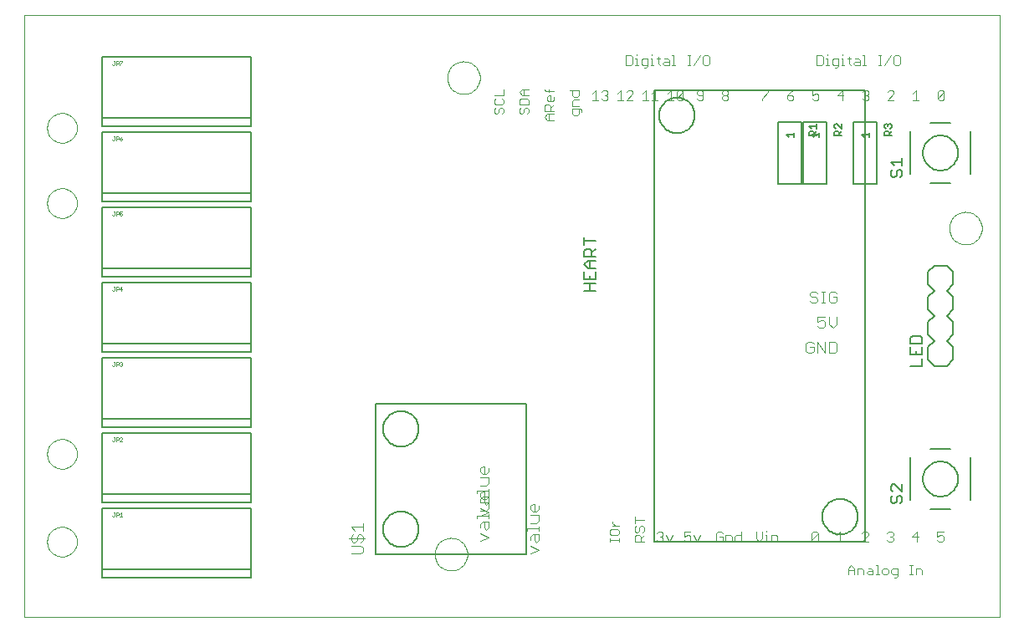
<source format=gto>
G75*
%MOIN*%
%OFA0B0*%
%FSLAX24Y24*%
%IPPOS*%
%LPD*%
%AMOC8*
5,1,8,0,0,1.08239X$1,22.5*
%
%ADD10C,0.0000*%
%ADD11C,0.0030*%
%ADD12C,0.0080*%
%ADD13C,0.0010*%
%ADD14C,0.0050*%
%ADD15C,0.0040*%
D10*
X000180Y000180D02*
X000180Y024176D01*
X039050Y024176D01*
X039050Y000180D01*
X000180Y000180D01*
X001089Y003180D02*
X001091Y003228D01*
X001097Y003276D01*
X001107Y003323D01*
X001120Y003369D01*
X001138Y003414D01*
X001158Y003458D01*
X001183Y003500D01*
X001211Y003539D01*
X001241Y003576D01*
X001275Y003610D01*
X001312Y003642D01*
X001350Y003671D01*
X001391Y003696D01*
X001434Y003718D01*
X001479Y003736D01*
X001525Y003750D01*
X001572Y003761D01*
X001620Y003768D01*
X001668Y003771D01*
X001716Y003770D01*
X001764Y003765D01*
X001812Y003756D01*
X001858Y003744D01*
X001903Y003727D01*
X001947Y003707D01*
X001989Y003684D01*
X002029Y003657D01*
X002067Y003627D01*
X002102Y003594D01*
X002134Y003558D01*
X002164Y003520D01*
X002190Y003479D01*
X002212Y003436D01*
X002232Y003392D01*
X002247Y003347D01*
X002259Y003300D01*
X002267Y003252D01*
X002271Y003204D01*
X002271Y003156D01*
X002267Y003108D01*
X002259Y003060D01*
X002247Y003013D01*
X002232Y002968D01*
X002212Y002924D01*
X002190Y002881D01*
X002164Y002840D01*
X002134Y002802D01*
X002102Y002766D01*
X002067Y002733D01*
X002029Y002703D01*
X001989Y002676D01*
X001947Y002653D01*
X001903Y002633D01*
X001858Y002616D01*
X001812Y002604D01*
X001764Y002595D01*
X001716Y002590D01*
X001668Y002589D01*
X001620Y002592D01*
X001572Y002599D01*
X001525Y002610D01*
X001479Y002624D01*
X001434Y002642D01*
X001391Y002664D01*
X001350Y002689D01*
X001312Y002718D01*
X001275Y002750D01*
X001241Y002784D01*
X001211Y002821D01*
X001183Y002860D01*
X001158Y002902D01*
X001138Y002946D01*
X001120Y002991D01*
X001107Y003037D01*
X001097Y003084D01*
X001091Y003132D01*
X001089Y003180D01*
X001089Y006680D02*
X001091Y006728D01*
X001097Y006776D01*
X001107Y006823D01*
X001120Y006869D01*
X001138Y006914D01*
X001158Y006958D01*
X001183Y007000D01*
X001211Y007039D01*
X001241Y007076D01*
X001275Y007110D01*
X001312Y007142D01*
X001350Y007171D01*
X001391Y007196D01*
X001434Y007218D01*
X001479Y007236D01*
X001525Y007250D01*
X001572Y007261D01*
X001620Y007268D01*
X001668Y007271D01*
X001716Y007270D01*
X001764Y007265D01*
X001812Y007256D01*
X001858Y007244D01*
X001903Y007227D01*
X001947Y007207D01*
X001989Y007184D01*
X002029Y007157D01*
X002067Y007127D01*
X002102Y007094D01*
X002134Y007058D01*
X002164Y007020D01*
X002190Y006979D01*
X002212Y006936D01*
X002232Y006892D01*
X002247Y006847D01*
X002259Y006800D01*
X002267Y006752D01*
X002271Y006704D01*
X002271Y006656D01*
X002267Y006608D01*
X002259Y006560D01*
X002247Y006513D01*
X002232Y006468D01*
X002212Y006424D01*
X002190Y006381D01*
X002164Y006340D01*
X002134Y006302D01*
X002102Y006266D01*
X002067Y006233D01*
X002029Y006203D01*
X001989Y006176D01*
X001947Y006153D01*
X001903Y006133D01*
X001858Y006116D01*
X001812Y006104D01*
X001764Y006095D01*
X001716Y006090D01*
X001668Y006089D01*
X001620Y006092D01*
X001572Y006099D01*
X001525Y006110D01*
X001479Y006124D01*
X001434Y006142D01*
X001391Y006164D01*
X001350Y006189D01*
X001312Y006218D01*
X001275Y006250D01*
X001241Y006284D01*
X001211Y006321D01*
X001183Y006360D01*
X001158Y006402D01*
X001138Y006446D01*
X001120Y006491D01*
X001107Y006537D01*
X001097Y006584D01*
X001091Y006632D01*
X001089Y006680D01*
X001089Y016680D02*
X001091Y016728D01*
X001097Y016776D01*
X001107Y016823D01*
X001120Y016869D01*
X001138Y016914D01*
X001158Y016958D01*
X001183Y017000D01*
X001211Y017039D01*
X001241Y017076D01*
X001275Y017110D01*
X001312Y017142D01*
X001350Y017171D01*
X001391Y017196D01*
X001434Y017218D01*
X001479Y017236D01*
X001525Y017250D01*
X001572Y017261D01*
X001620Y017268D01*
X001668Y017271D01*
X001716Y017270D01*
X001764Y017265D01*
X001812Y017256D01*
X001858Y017244D01*
X001903Y017227D01*
X001947Y017207D01*
X001989Y017184D01*
X002029Y017157D01*
X002067Y017127D01*
X002102Y017094D01*
X002134Y017058D01*
X002164Y017020D01*
X002190Y016979D01*
X002212Y016936D01*
X002232Y016892D01*
X002247Y016847D01*
X002259Y016800D01*
X002267Y016752D01*
X002271Y016704D01*
X002271Y016656D01*
X002267Y016608D01*
X002259Y016560D01*
X002247Y016513D01*
X002232Y016468D01*
X002212Y016424D01*
X002190Y016381D01*
X002164Y016340D01*
X002134Y016302D01*
X002102Y016266D01*
X002067Y016233D01*
X002029Y016203D01*
X001989Y016176D01*
X001947Y016153D01*
X001903Y016133D01*
X001858Y016116D01*
X001812Y016104D01*
X001764Y016095D01*
X001716Y016090D01*
X001668Y016089D01*
X001620Y016092D01*
X001572Y016099D01*
X001525Y016110D01*
X001479Y016124D01*
X001434Y016142D01*
X001391Y016164D01*
X001350Y016189D01*
X001312Y016218D01*
X001275Y016250D01*
X001241Y016284D01*
X001211Y016321D01*
X001183Y016360D01*
X001158Y016402D01*
X001138Y016446D01*
X001120Y016491D01*
X001107Y016537D01*
X001097Y016584D01*
X001091Y016632D01*
X001089Y016680D01*
X001089Y019680D02*
X001091Y019728D01*
X001097Y019776D01*
X001107Y019823D01*
X001120Y019869D01*
X001138Y019914D01*
X001158Y019958D01*
X001183Y020000D01*
X001211Y020039D01*
X001241Y020076D01*
X001275Y020110D01*
X001312Y020142D01*
X001350Y020171D01*
X001391Y020196D01*
X001434Y020218D01*
X001479Y020236D01*
X001525Y020250D01*
X001572Y020261D01*
X001620Y020268D01*
X001668Y020271D01*
X001716Y020270D01*
X001764Y020265D01*
X001812Y020256D01*
X001858Y020244D01*
X001903Y020227D01*
X001947Y020207D01*
X001989Y020184D01*
X002029Y020157D01*
X002067Y020127D01*
X002102Y020094D01*
X002134Y020058D01*
X002164Y020020D01*
X002190Y019979D01*
X002212Y019936D01*
X002232Y019892D01*
X002247Y019847D01*
X002259Y019800D01*
X002267Y019752D01*
X002271Y019704D01*
X002271Y019656D01*
X002267Y019608D01*
X002259Y019560D01*
X002247Y019513D01*
X002232Y019468D01*
X002212Y019424D01*
X002190Y019381D01*
X002164Y019340D01*
X002134Y019302D01*
X002102Y019266D01*
X002067Y019233D01*
X002029Y019203D01*
X001989Y019176D01*
X001947Y019153D01*
X001903Y019133D01*
X001858Y019116D01*
X001812Y019104D01*
X001764Y019095D01*
X001716Y019090D01*
X001668Y019089D01*
X001620Y019092D01*
X001572Y019099D01*
X001525Y019110D01*
X001479Y019124D01*
X001434Y019142D01*
X001391Y019164D01*
X001350Y019189D01*
X001312Y019218D01*
X001275Y019250D01*
X001241Y019284D01*
X001211Y019321D01*
X001183Y019360D01*
X001158Y019402D01*
X001138Y019446D01*
X001120Y019491D01*
X001107Y019537D01*
X001097Y019584D01*
X001091Y019632D01*
X001089Y019680D01*
X017030Y021680D02*
X017032Y021730D01*
X017038Y021780D01*
X017048Y021830D01*
X017061Y021878D01*
X017078Y021926D01*
X017099Y021972D01*
X017123Y022016D01*
X017151Y022058D01*
X017182Y022098D01*
X017216Y022135D01*
X017253Y022170D01*
X017292Y022201D01*
X017333Y022230D01*
X017377Y022255D01*
X017423Y022277D01*
X017470Y022295D01*
X017518Y022309D01*
X017567Y022320D01*
X017617Y022327D01*
X017667Y022330D01*
X017718Y022329D01*
X017768Y022324D01*
X017818Y022315D01*
X017866Y022303D01*
X017914Y022286D01*
X017960Y022266D01*
X018005Y022243D01*
X018048Y022216D01*
X018088Y022186D01*
X018126Y022153D01*
X018161Y022117D01*
X018194Y022078D01*
X018223Y022037D01*
X018249Y021994D01*
X018272Y021949D01*
X018291Y021902D01*
X018306Y021854D01*
X018318Y021805D01*
X018326Y021755D01*
X018330Y021705D01*
X018330Y021655D01*
X018326Y021605D01*
X018318Y021555D01*
X018306Y021506D01*
X018291Y021458D01*
X018272Y021411D01*
X018249Y021366D01*
X018223Y021323D01*
X018194Y021282D01*
X018161Y021243D01*
X018126Y021207D01*
X018088Y021174D01*
X018048Y021144D01*
X018005Y021117D01*
X017960Y021094D01*
X017914Y021074D01*
X017866Y021057D01*
X017818Y021045D01*
X017768Y021036D01*
X017718Y021031D01*
X017667Y021030D01*
X017617Y021033D01*
X017567Y021040D01*
X017518Y021051D01*
X017470Y021065D01*
X017423Y021083D01*
X017377Y021105D01*
X017333Y021130D01*
X017292Y021159D01*
X017253Y021190D01*
X017216Y021225D01*
X017182Y021262D01*
X017151Y021302D01*
X017123Y021344D01*
X017099Y021388D01*
X017078Y021434D01*
X017061Y021482D01*
X017048Y021530D01*
X017038Y021580D01*
X017032Y021630D01*
X017030Y021680D01*
X037030Y015680D02*
X037032Y015730D01*
X037038Y015780D01*
X037048Y015830D01*
X037061Y015878D01*
X037078Y015926D01*
X037099Y015972D01*
X037123Y016016D01*
X037151Y016058D01*
X037182Y016098D01*
X037216Y016135D01*
X037253Y016170D01*
X037292Y016201D01*
X037333Y016230D01*
X037377Y016255D01*
X037423Y016277D01*
X037470Y016295D01*
X037518Y016309D01*
X037567Y016320D01*
X037617Y016327D01*
X037667Y016330D01*
X037718Y016329D01*
X037768Y016324D01*
X037818Y016315D01*
X037866Y016303D01*
X037914Y016286D01*
X037960Y016266D01*
X038005Y016243D01*
X038048Y016216D01*
X038088Y016186D01*
X038126Y016153D01*
X038161Y016117D01*
X038194Y016078D01*
X038223Y016037D01*
X038249Y015994D01*
X038272Y015949D01*
X038291Y015902D01*
X038306Y015854D01*
X038318Y015805D01*
X038326Y015755D01*
X038330Y015705D01*
X038330Y015655D01*
X038326Y015605D01*
X038318Y015555D01*
X038306Y015506D01*
X038291Y015458D01*
X038272Y015411D01*
X038249Y015366D01*
X038223Y015323D01*
X038194Y015282D01*
X038161Y015243D01*
X038126Y015207D01*
X038088Y015174D01*
X038048Y015144D01*
X038005Y015117D01*
X037960Y015094D01*
X037914Y015074D01*
X037866Y015057D01*
X037818Y015045D01*
X037768Y015036D01*
X037718Y015031D01*
X037667Y015030D01*
X037617Y015033D01*
X037567Y015040D01*
X037518Y015051D01*
X037470Y015065D01*
X037423Y015083D01*
X037377Y015105D01*
X037333Y015130D01*
X037292Y015159D01*
X037253Y015190D01*
X037216Y015225D01*
X037182Y015262D01*
X037151Y015302D01*
X037123Y015344D01*
X037099Y015388D01*
X037078Y015434D01*
X037061Y015482D01*
X037048Y015530D01*
X037038Y015580D01*
X037032Y015630D01*
X037030Y015680D01*
X016530Y002680D02*
X016532Y002730D01*
X016538Y002780D01*
X016548Y002830D01*
X016561Y002878D01*
X016578Y002926D01*
X016599Y002972D01*
X016623Y003016D01*
X016651Y003058D01*
X016682Y003098D01*
X016716Y003135D01*
X016753Y003170D01*
X016792Y003201D01*
X016833Y003230D01*
X016877Y003255D01*
X016923Y003277D01*
X016970Y003295D01*
X017018Y003309D01*
X017067Y003320D01*
X017117Y003327D01*
X017167Y003330D01*
X017218Y003329D01*
X017268Y003324D01*
X017318Y003315D01*
X017366Y003303D01*
X017414Y003286D01*
X017460Y003266D01*
X017505Y003243D01*
X017548Y003216D01*
X017588Y003186D01*
X017626Y003153D01*
X017661Y003117D01*
X017694Y003078D01*
X017723Y003037D01*
X017749Y002994D01*
X017772Y002949D01*
X017791Y002902D01*
X017806Y002854D01*
X017818Y002805D01*
X017826Y002755D01*
X017830Y002705D01*
X017830Y002655D01*
X017826Y002605D01*
X017818Y002555D01*
X017806Y002506D01*
X017791Y002458D01*
X017772Y002411D01*
X017749Y002366D01*
X017723Y002323D01*
X017694Y002282D01*
X017661Y002243D01*
X017626Y002207D01*
X017588Y002174D01*
X017548Y002144D01*
X017505Y002117D01*
X017460Y002094D01*
X017414Y002074D01*
X017366Y002057D01*
X017318Y002045D01*
X017268Y002036D01*
X017218Y002031D01*
X017167Y002030D01*
X017117Y002033D01*
X017067Y002040D01*
X017018Y002051D01*
X016970Y002065D01*
X016923Y002083D01*
X016877Y002105D01*
X016833Y002130D01*
X016792Y002159D01*
X016753Y002190D01*
X016716Y002225D01*
X016682Y002262D01*
X016651Y002302D01*
X016623Y002344D01*
X016599Y002388D01*
X016578Y002434D01*
X016561Y002482D01*
X016548Y002530D01*
X016538Y002580D01*
X016532Y002630D01*
X016530Y002680D01*
D11*
X023495Y003191D02*
X023495Y003314D01*
X023495Y003253D02*
X023865Y003253D01*
X023865Y003314D02*
X023865Y003191D01*
X023803Y003437D02*
X023556Y003437D01*
X023495Y003498D01*
X023495Y003622D01*
X023556Y003683D01*
X023803Y003683D01*
X023865Y003622D01*
X023865Y003498D01*
X023803Y003437D01*
X023742Y003805D02*
X023618Y003928D01*
X023618Y003990D01*
X023618Y003805D02*
X023865Y003805D01*
X024495Y003744D02*
X024495Y003621D01*
X024556Y003559D01*
X024618Y003559D01*
X024680Y003621D01*
X024680Y003744D01*
X024742Y003806D01*
X024803Y003806D01*
X024865Y003744D01*
X024865Y003621D01*
X024803Y003559D01*
X024865Y003438D02*
X024742Y003314D01*
X024742Y003376D02*
X024742Y003191D01*
X024865Y003191D02*
X024495Y003191D01*
X024495Y003376D01*
X024556Y003438D01*
X024680Y003438D01*
X024742Y003376D01*
X024495Y003744D02*
X024556Y003806D01*
X024495Y003928D02*
X024495Y004175D01*
X024495Y004051D02*
X024865Y004051D01*
X025377Y003504D02*
X025439Y003565D01*
X025562Y003565D01*
X025624Y003504D01*
X025624Y003442D01*
X025562Y003380D01*
X025624Y003318D01*
X025624Y003257D01*
X025562Y003195D01*
X025439Y003195D01*
X025377Y003257D01*
X025500Y003380D02*
X025562Y003380D01*
X025745Y003442D02*
X025869Y003195D01*
X025992Y003442D01*
X026477Y003380D02*
X026600Y003442D01*
X026662Y003442D01*
X026724Y003380D01*
X026724Y003257D01*
X026662Y003195D01*
X026539Y003195D01*
X026477Y003257D01*
X026477Y003380D02*
X026477Y003565D01*
X026724Y003565D01*
X026845Y003442D02*
X026969Y003195D01*
X027092Y003442D01*
X027749Y003504D02*
X027749Y003257D01*
X027811Y003195D01*
X027934Y003195D01*
X027996Y003257D01*
X027996Y003380D01*
X027872Y003380D01*
X027749Y003504D02*
X027811Y003565D01*
X027934Y003565D01*
X027996Y003504D01*
X028117Y003442D02*
X028302Y003442D01*
X028364Y003380D01*
X028364Y003195D01*
X028486Y003257D02*
X028486Y003380D01*
X028547Y003442D01*
X028732Y003442D01*
X028732Y003565D02*
X028732Y003195D01*
X028547Y003195D01*
X028486Y003257D01*
X028117Y003195D02*
X028117Y003442D01*
X029327Y003565D02*
X029327Y003318D01*
X029450Y003195D01*
X029574Y003318D01*
X029574Y003565D01*
X029695Y003442D02*
X029757Y003442D01*
X029757Y003195D01*
X029695Y003195D02*
X029819Y003195D01*
X029941Y003195D02*
X029941Y003442D01*
X030126Y003442D01*
X030188Y003380D01*
X030188Y003195D01*
X029757Y003565D02*
X029757Y003627D01*
X031545Y003504D02*
X031545Y003257D01*
X031792Y003504D01*
X031792Y003257D01*
X031730Y003195D01*
X031607Y003195D01*
X031545Y003257D01*
X031545Y003504D02*
X031607Y003565D01*
X031730Y003565D01*
X031792Y003504D01*
X032545Y003442D02*
X032668Y003565D01*
X032668Y003195D01*
X032545Y003195D02*
X032792Y003195D01*
X033545Y003195D02*
X033792Y003442D01*
X033792Y003504D01*
X033730Y003565D01*
X033607Y003565D01*
X033545Y003504D01*
X033545Y003195D02*
X033792Y003195D01*
X034545Y003257D02*
X034607Y003195D01*
X034730Y003195D01*
X034792Y003257D01*
X034792Y003318D01*
X034730Y003380D01*
X034668Y003380D01*
X034730Y003380D02*
X034792Y003442D01*
X034792Y003504D01*
X034730Y003565D01*
X034607Y003565D01*
X034545Y003504D01*
X035545Y003380D02*
X035792Y003380D01*
X035730Y003195D02*
X035730Y003565D01*
X035545Y003380D01*
X036545Y003380D02*
X036668Y003442D01*
X036730Y003442D01*
X036792Y003380D01*
X036792Y003257D01*
X036730Y003195D01*
X036607Y003195D01*
X036545Y003257D01*
X036545Y003380D02*
X036545Y003565D01*
X036792Y003565D01*
X035578Y002247D02*
X035454Y002247D01*
X035516Y002247D02*
X035516Y001877D01*
X035454Y001877D02*
X035578Y001877D01*
X035700Y001877D02*
X035700Y002124D01*
X035885Y002124D01*
X035947Y002062D01*
X035947Y001877D01*
X034965Y001877D02*
X034779Y001877D01*
X034718Y001939D01*
X034718Y002062D01*
X034779Y002124D01*
X034965Y002124D01*
X034965Y001815D01*
X034903Y001754D01*
X034841Y001754D01*
X034596Y001939D02*
X034596Y002062D01*
X034535Y002124D01*
X034411Y002124D01*
X034349Y002062D01*
X034349Y001939D01*
X034411Y001877D01*
X034535Y001877D01*
X034596Y001939D01*
X034227Y001877D02*
X034104Y001877D01*
X034166Y001877D02*
X034166Y002247D01*
X034104Y002247D01*
X033921Y002124D02*
X033797Y002124D01*
X033797Y002000D02*
X033982Y002000D01*
X033982Y002062D02*
X033982Y001877D01*
X033797Y001877D01*
X033736Y001939D01*
X033797Y002000D01*
X033921Y002124D02*
X033982Y002062D01*
X033614Y002062D02*
X033614Y001877D01*
X033614Y002062D02*
X033552Y002124D01*
X033367Y002124D01*
X033367Y001877D01*
X033246Y001877D02*
X033246Y002124D01*
X033122Y002247D01*
X032999Y002124D01*
X032999Y001877D01*
X032999Y002062D02*
X033246Y002062D01*
X022203Y020190D02*
X022265Y020252D01*
X022265Y020437D01*
X022327Y020437D02*
X022018Y020437D01*
X022018Y020252D01*
X022080Y020190D01*
X022203Y020190D01*
X022388Y020313D02*
X022388Y020375D01*
X022327Y020437D01*
X022265Y020558D02*
X022018Y020558D01*
X022018Y020744D01*
X022080Y020805D01*
X022265Y020805D01*
X022203Y020927D02*
X022080Y020927D01*
X022018Y020988D01*
X022018Y021174D01*
X021895Y021174D02*
X022265Y021174D01*
X022265Y020988D01*
X022203Y020927D01*
X022808Y021042D02*
X022932Y021165D01*
X022932Y020795D01*
X023055Y020795D02*
X022808Y020795D01*
X023177Y020857D02*
X023238Y020795D01*
X023362Y020795D01*
X023424Y020857D01*
X023424Y020918D01*
X023362Y020980D01*
X023300Y020980D01*
X023362Y020980D02*
X023424Y021042D01*
X023424Y021104D01*
X023362Y021165D01*
X023238Y021165D01*
X023177Y021104D01*
X023808Y021042D02*
X023932Y021165D01*
X023932Y020795D01*
X024055Y020795D02*
X023808Y020795D01*
X024177Y020795D02*
X024424Y021042D01*
X024424Y021104D01*
X024362Y021165D01*
X024238Y021165D01*
X024177Y021104D01*
X024177Y020795D02*
X024424Y020795D01*
X024808Y020795D02*
X025055Y020795D01*
X025177Y020795D02*
X025424Y020795D01*
X025300Y020795D02*
X025300Y021165D01*
X025177Y021042D01*
X024932Y021165D02*
X024932Y020795D01*
X024808Y021042D02*
X024932Y021165D01*
X025808Y021042D02*
X025932Y021165D01*
X025932Y020795D01*
X026055Y020795D02*
X025808Y020795D01*
X026177Y020857D02*
X026177Y021104D01*
X026238Y021165D01*
X026362Y021165D01*
X026424Y021104D01*
X026177Y020857D01*
X026238Y020795D01*
X026362Y020795D01*
X026424Y020857D01*
X026424Y021104D01*
X026977Y021104D02*
X026977Y021042D01*
X027038Y020980D01*
X027224Y020980D01*
X027224Y020857D02*
X027224Y021104D01*
X027162Y021165D01*
X027038Y021165D01*
X026977Y021104D01*
X026977Y020857D02*
X027038Y020795D01*
X027162Y020795D01*
X027224Y020857D01*
X027977Y020857D02*
X027977Y020918D01*
X028038Y020980D01*
X028162Y020980D01*
X028224Y020918D01*
X028224Y020857D01*
X028162Y020795D01*
X028038Y020795D01*
X027977Y020857D01*
X028038Y020980D02*
X027977Y021042D01*
X027977Y021104D01*
X028038Y021165D01*
X028162Y021165D01*
X028224Y021104D01*
X028224Y021042D01*
X028162Y020980D01*
X029577Y020857D02*
X029577Y020795D01*
X029577Y020857D02*
X029824Y021104D01*
X029824Y021165D01*
X029577Y021165D01*
X030577Y020980D02*
X030577Y020857D01*
X030638Y020795D01*
X030762Y020795D01*
X030824Y020857D01*
X030824Y020918D01*
X030762Y020980D01*
X030577Y020980D01*
X030700Y021104D01*
X030824Y021165D01*
X031577Y021165D02*
X031577Y020980D01*
X031700Y021042D01*
X031762Y021042D01*
X031824Y020980D01*
X031824Y020857D01*
X031762Y020795D01*
X031638Y020795D01*
X031577Y020857D01*
X031577Y021165D02*
X031824Y021165D01*
X032577Y020980D02*
X032824Y020980D01*
X032762Y020795D02*
X032762Y021165D01*
X032577Y020980D01*
X033577Y020857D02*
X033638Y020795D01*
X033762Y020795D01*
X033824Y020857D01*
X033824Y020918D01*
X033762Y020980D01*
X033700Y020980D01*
X033762Y020980D02*
X033824Y021042D01*
X033824Y021104D01*
X033762Y021165D01*
X033638Y021165D01*
X033577Y021104D01*
X034577Y021104D02*
X034638Y021165D01*
X034762Y021165D01*
X034824Y021104D01*
X034824Y021042D01*
X034577Y020795D01*
X034824Y020795D01*
X035577Y020795D02*
X035824Y020795D01*
X035700Y020795D02*
X035700Y021165D01*
X035577Y021042D01*
X036577Y021104D02*
X036577Y020857D01*
X036824Y021104D01*
X036824Y020857D01*
X036762Y020795D01*
X036638Y020795D01*
X036577Y020857D01*
X036577Y021104D02*
X036638Y021165D01*
X036762Y021165D01*
X036824Y021104D01*
X035061Y022257D02*
X034999Y022195D01*
X034876Y022195D01*
X034814Y022257D01*
X034814Y022504D01*
X034876Y022565D01*
X034999Y022565D01*
X035061Y022504D01*
X035061Y022257D01*
X034693Y022565D02*
X034446Y022195D01*
X034324Y022195D02*
X034200Y022195D01*
X034262Y022195D02*
X034262Y022565D01*
X034200Y022565D02*
X034324Y022565D01*
X033648Y022565D02*
X033648Y022195D01*
X033587Y022195D02*
X033710Y022195D01*
X033465Y022195D02*
X033280Y022195D01*
X033218Y022257D01*
X033280Y022318D01*
X033465Y022318D01*
X033465Y022380D02*
X033465Y022195D01*
X033465Y022380D02*
X033403Y022442D01*
X033280Y022442D01*
X033096Y022442D02*
X032973Y022442D01*
X033034Y022504D02*
X033034Y022257D01*
X033096Y022195D01*
X032851Y022195D02*
X032727Y022195D01*
X032789Y022195D02*
X032789Y022442D01*
X032727Y022442D01*
X032606Y022442D02*
X032421Y022442D01*
X032359Y022380D01*
X032359Y022257D01*
X032421Y022195D01*
X032606Y022195D01*
X032606Y022133D02*
X032606Y022442D01*
X032789Y022565D02*
X032789Y022627D01*
X032606Y022133D02*
X032544Y022072D01*
X032482Y022072D01*
X032237Y022195D02*
X032113Y022195D01*
X032175Y022195D02*
X032175Y022442D01*
X032113Y022442D01*
X031992Y022504D02*
X031930Y022565D01*
X031745Y022565D01*
X031745Y022195D01*
X031930Y022195D01*
X031992Y022257D01*
X031992Y022504D01*
X032175Y022565D02*
X032175Y022627D01*
X033587Y022565D02*
X033648Y022565D01*
X027461Y022504D02*
X027461Y022257D01*
X027399Y022195D01*
X027276Y022195D01*
X027214Y022257D01*
X027214Y022504D01*
X027276Y022565D01*
X027399Y022565D01*
X027461Y022504D01*
X027093Y022565D02*
X026846Y022195D01*
X026724Y022195D02*
X026600Y022195D01*
X026662Y022195D02*
X026662Y022565D01*
X026600Y022565D02*
X026724Y022565D01*
X026048Y022565D02*
X026048Y022195D01*
X025987Y022195D02*
X026110Y022195D01*
X025865Y022195D02*
X025680Y022195D01*
X025618Y022257D01*
X025680Y022318D01*
X025865Y022318D01*
X025865Y022380D02*
X025865Y022195D01*
X025865Y022380D02*
X025803Y022442D01*
X025680Y022442D01*
X025496Y022442D02*
X025373Y022442D01*
X025434Y022504D02*
X025434Y022257D01*
X025496Y022195D01*
X025251Y022195D02*
X025127Y022195D01*
X025189Y022195D02*
X025189Y022442D01*
X025127Y022442D01*
X025006Y022442D02*
X024821Y022442D01*
X024759Y022380D01*
X024759Y022257D01*
X024821Y022195D01*
X025006Y022195D01*
X025006Y022133D02*
X025006Y022442D01*
X025189Y022565D02*
X025189Y022627D01*
X024575Y022627D02*
X024575Y022565D01*
X024575Y022442D02*
X024575Y022195D01*
X024513Y022195D02*
X024637Y022195D01*
X024392Y022257D02*
X024392Y022504D01*
X024330Y022565D01*
X024145Y022565D01*
X024145Y022195D01*
X024330Y022195D01*
X024392Y022257D01*
X024513Y022442D02*
X024575Y022442D01*
X024882Y022072D02*
X024944Y022072D01*
X025006Y022133D01*
X025987Y022565D02*
X026048Y022565D01*
X021265Y021161D02*
X020956Y021161D01*
X020895Y021223D01*
X021080Y021223D02*
X021080Y021099D01*
X021080Y020978D02*
X021142Y020978D01*
X021142Y020731D01*
X021203Y020731D02*
X021080Y020731D01*
X021018Y020793D01*
X021018Y020916D01*
X021080Y020978D01*
X021265Y020916D02*
X021265Y020793D01*
X021203Y020731D01*
X021265Y020610D02*
X021142Y020486D01*
X021142Y020548D02*
X021142Y020363D01*
X021265Y020363D02*
X020895Y020363D01*
X020895Y020548D01*
X020956Y020610D01*
X021080Y020610D01*
X021142Y020548D01*
X021080Y020241D02*
X021080Y019995D01*
X021018Y019995D02*
X020895Y020118D01*
X021018Y020241D01*
X021265Y020241D01*
X021265Y019995D02*
X021018Y019995D01*
X020265Y020302D02*
X020203Y020240D01*
X020265Y020302D02*
X020265Y020425D01*
X020203Y020487D01*
X020142Y020487D01*
X020080Y020425D01*
X020080Y020302D01*
X020018Y020240D01*
X019956Y020240D01*
X019895Y020302D01*
X019895Y020425D01*
X019956Y020487D01*
X019895Y020608D02*
X019895Y020794D01*
X019956Y020855D01*
X020203Y020855D01*
X020265Y020794D01*
X020265Y020608D01*
X019895Y020608D01*
X020018Y020977D02*
X019895Y021100D01*
X020018Y021224D01*
X020265Y021224D01*
X020080Y021224D02*
X020080Y020977D01*
X020018Y020977D02*
X020265Y020977D01*
X019265Y020977D02*
X019265Y021224D01*
X019265Y020977D02*
X018895Y020977D01*
X018956Y020855D02*
X018895Y020794D01*
X018895Y020670D01*
X018956Y020608D01*
X019203Y020608D01*
X019265Y020670D01*
X019265Y020794D01*
X019203Y020855D01*
X019203Y020487D02*
X019265Y020425D01*
X019265Y020302D01*
X019203Y020240D01*
X019080Y020302D02*
X019080Y020425D01*
X019142Y020487D01*
X019203Y020487D01*
X019080Y020302D02*
X019018Y020240D01*
X018956Y020240D01*
X018895Y020302D01*
X018895Y020425D01*
X018956Y020487D01*
D12*
X009219Y020078D02*
X009219Y019763D01*
X003274Y019763D01*
X003274Y020078D01*
X009219Y020078D01*
X009219Y022519D01*
X003274Y022519D01*
X003274Y020078D01*
X003274Y019519D02*
X003274Y017078D01*
X009219Y017078D01*
X009219Y016763D01*
X003274Y016763D01*
X003274Y017078D01*
X003274Y016519D02*
X003274Y014078D01*
X009219Y014078D01*
X009219Y013763D01*
X003274Y013763D01*
X003274Y014078D01*
X003274Y013519D02*
X003274Y011078D01*
X009219Y011078D01*
X009219Y010763D01*
X003274Y010763D01*
X003274Y011078D01*
X003274Y010519D02*
X003274Y008078D01*
X009219Y008078D01*
X009219Y007763D01*
X003274Y007763D01*
X003274Y008078D01*
X003274Y007519D02*
X003274Y005078D01*
X009219Y005078D01*
X009219Y004763D01*
X003274Y004763D01*
X003274Y005078D01*
X003274Y004519D02*
X003274Y002078D01*
X009219Y002078D01*
X009219Y001763D01*
X003274Y001763D01*
X003274Y002078D01*
X003274Y004519D02*
X009219Y004519D01*
X009219Y002078D01*
X009219Y005078D02*
X009219Y007519D01*
X003274Y007519D01*
X003274Y010519D02*
X009219Y010519D01*
X009219Y008078D01*
X009219Y011078D02*
X009219Y013519D01*
X003274Y013519D01*
X003274Y016519D02*
X009219Y016519D01*
X009219Y014078D01*
X009219Y017078D02*
X009219Y019519D01*
X003274Y019519D01*
X030208Y019920D02*
X030208Y017440D01*
X031152Y017440D01*
X031152Y019920D01*
X030208Y019920D01*
X031208Y019920D02*
X031208Y017440D01*
X032152Y017440D01*
X032152Y019920D01*
X031208Y019920D01*
X033208Y019920D02*
X033208Y017440D01*
X034152Y017440D01*
X034152Y019920D01*
X033208Y019920D01*
X035480Y019530D02*
X035480Y017830D01*
X036275Y017480D02*
X037080Y017480D01*
X037880Y017830D02*
X037880Y019530D01*
X037080Y019880D02*
X036287Y019880D01*
X035980Y018680D02*
X035982Y018732D01*
X035988Y018784D01*
X035998Y018836D01*
X036011Y018886D01*
X036028Y018936D01*
X036049Y018984D01*
X036074Y019030D01*
X036102Y019074D01*
X036133Y019116D01*
X036167Y019156D01*
X036204Y019193D01*
X036244Y019227D01*
X036286Y019258D01*
X036330Y019286D01*
X036376Y019311D01*
X036424Y019332D01*
X036474Y019349D01*
X036524Y019362D01*
X036576Y019372D01*
X036628Y019378D01*
X036680Y019380D01*
X036732Y019378D01*
X036784Y019372D01*
X036836Y019362D01*
X036886Y019349D01*
X036936Y019332D01*
X036984Y019311D01*
X037030Y019286D01*
X037074Y019258D01*
X037116Y019227D01*
X037156Y019193D01*
X037193Y019156D01*
X037227Y019116D01*
X037258Y019074D01*
X037286Y019030D01*
X037311Y018984D01*
X037332Y018936D01*
X037349Y018886D01*
X037362Y018836D01*
X037372Y018784D01*
X037378Y018732D01*
X037380Y018680D01*
X037378Y018628D01*
X037372Y018576D01*
X037362Y018524D01*
X037349Y018474D01*
X037332Y018424D01*
X037311Y018376D01*
X037286Y018330D01*
X037258Y018286D01*
X037227Y018244D01*
X037193Y018204D01*
X037156Y018167D01*
X037116Y018133D01*
X037074Y018102D01*
X037030Y018074D01*
X036984Y018049D01*
X036936Y018028D01*
X036886Y018011D01*
X036836Y017998D01*
X036784Y017988D01*
X036732Y017982D01*
X036680Y017980D01*
X036628Y017982D01*
X036576Y017988D01*
X036524Y017998D01*
X036474Y018011D01*
X036424Y018028D01*
X036376Y018049D01*
X036330Y018074D01*
X036286Y018102D01*
X036244Y018133D01*
X036204Y018167D01*
X036167Y018204D01*
X036133Y018244D01*
X036102Y018286D01*
X036074Y018330D01*
X036049Y018376D01*
X036028Y018424D01*
X036011Y018474D01*
X035998Y018524D01*
X035988Y018576D01*
X035982Y018628D01*
X035980Y018680D01*
X036430Y014180D02*
X036930Y014180D01*
X037180Y013930D01*
X037180Y013430D01*
X036930Y013180D01*
X037180Y012930D01*
X037180Y012430D01*
X036930Y012180D01*
X037180Y011930D01*
X037180Y011430D01*
X036930Y011180D01*
X037180Y010930D01*
X037180Y010430D01*
X036930Y010180D01*
X036430Y010180D01*
X036180Y010430D01*
X036180Y010930D01*
X036430Y011180D01*
X036180Y011430D01*
X036180Y011930D01*
X036430Y012180D01*
X036180Y012430D01*
X036180Y012930D01*
X036430Y013180D01*
X036180Y013430D01*
X036180Y013930D01*
X036430Y014180D01*
X036287Y006880D02*
X037080Y006880D01*
X037880Y006530D02*
X037880Y004830D01*
X037080Y004480D02*
X036275Y004480D01*
X035480Y004830D02*
X035480Y006530D01*
X035980Y005680D02*
X035982Y005732D01*
X035988Y005784D01*
X035998Y005836D01*
X036011Y005886D01*
X036028Y005936D01*
X036049Y005984D01*
X036074Y006030D01*
X036102Y006074D01*
X036133Y006116D01*
X036167Y006156D01*
X036204Y006193D01*
X036244Y006227D01*
X036286Y006258D01*
X036330Y006286D01*
X036376Y006311D01*
X036424Y006332D01*
X036474Y006349D01*
X036524Y006362D01*
X036576Y006372D01*
X036628Y006378D01*
X036680Y006380D01*
X036732Y006378D01*
X036784Y006372D01*
X036836Y006362D01*
X036886Y006349D01*
X036936Y006332D01*
X036984Y006311D01*
X037030Y006286D01*
X037074Y006258D01*
X037116Y006227D01*
X037156Y006193D01*
X037193Y006156D01*
X037227Y006116D01*
X037258Y006074D01*
X037286Y006030D01*
X037311Y005984D01*
X037332Y005936D01*
X037349Y005886D01*
X037362Y005836D01*
X037372Y005784D01*
X037378Y005732D01*
X037380Y005680D01*
X037378Y005628D01*
X037372Y005576D01*
X037362Y005524D01*
X037349Y005474D01*
X037332Y005424D01*
X037311Y005376D01*
X037286Y005330D01*
X037258Y005286D01*
X037227Y005244D01*
X037193Y005204D01*
X037156Y005167D01*
X037116Y005133D01*
X037074Y005102D01*
X037030Y005074D01*
X036984Y005049D01*
X036936Y005028D01*
X036886Y005011D01*
X036836Y004998D01*
X036784Y004988D01*
X036732Y004982D01*
X036680Y004980D01*
X036628Y004982D01*
X036576Y004988D01*
X036524Y004998D01*
X036474Y005011D01*
X036424Y005028D01*
X036376Y005049D01*
X036330Y005074D01*
X036286Y005102D01*
X036244Y005133D01*
X036204Y005167D01*
X036167Y005204D01*
X036133Y005244D01*
X036102Y005286D01*
X036074Y005330D01*
X036049Y005376D01*
X036028Y005424D01*
X036011Y005474D01*
X035998Y005524D01*
X035988Y005576D01*
X035982Y005628D01*
X035980Y005680D01*
D13*
X004080Y004185D02*
X003980Y004185D01*
X004030Y004185D02*
X004030Y004335D01*
X003980Y004285D01*
X003932Y004260D02*
X003907Y004235D01*
X003832Y004235D01*
X003832Y004185D02*
X003832Y004335D01*
X003907Y004335D01*
X003932Y004310D01*
X003932Y004260D01*
X003785Y004335D02*
X003735Y004335D01*
X003760Y004335D02*
X003760Y004210D01*
X003735Y004185D01*
X003710Y004185D01*
X003685Y004210D01*
X003710Y007185D02*
X003735Y007185D01*
X003760Y007210D01*
X003760Y007335D01*
X003735Y007335D02*
X003785Y007335D01*
X003832Y007335D02*
X003907Y007335D01*
X003932Y007310D01*
X003932Y007260D01*
X003907Y007235D01*
X003832Y007235D01*
X003832Y007185D02*
X003832Y007335D01*
X003980Y007310D02*
X004005Y007335D01*
X004055Y007335D01*
X004080Y007310D01*
X004080Y007285D01*
X003980Y007185D01*
X004080Y007185D01*
X003710Y007185D02*
X003685Y007210D01*
X003710Y010185D02*
X003735Y010185D01*
X003760Y010210D01*
X003760Y010335D01*
X003735Y010335D02*
X003785Y010335D01*
X003832Y010335D02*
X003907Y010335D01*
X003932Y010310D01*
X003932Y010260D01*
X003907Y010235D01*
X003832Y010235D01*
X003832Y010185D02*
X003832Y010335D01*
X003980Y010310D02*
X004005Y010335D01*
X004055Y010335D01*
X004080Y010310D01*
X004080Y010285D01*
X004055Y010260D01*
X004080Y010235D01*
X004080Y010210D01*
X004055Y010185D01*
X004005Y010185D01*
X003980Y010210D01*
X004030Y010260D02*
X004055Y010260D01*
X003710Y010185D02*
X003685Y010210D01*
X003710Y013185D02*
X003735Y013185D01*
X003760Y013210D01*
X003760Y013335D01*
X003735Y013335D02*
X003785Y013335D01*
X003832Y013335D02*
X003907Y013335D01*
X003932Y013310D01*
X003932Y013260D01*
X003907Y013235D01*
X003832Y013235D01*
X003832Y013185D02*
X003832Y013335D01*
X003980Y013260D02*
X004080Y013260D01*
X004055Y013185D02*
X004055Y013335D01*
X003980Y013260D01*
X003710Y013185D02*
X003685Y013210D01*
X003710Y016185D02*
X003735Y016185D01*
X003760Y016210D01*
X003760Y016335D01*
X003735Y016335D02*
X003785Y016335D01*
X003832Y016335D02*
X003907Y016335D01*
X003932Y016310D01*
X003932Y016260D01*
X003907Y016235D01*
X003832Y016235D01*
X003832Y016185D02*
X003832Y016335D01*
X003980Y016335D02*
X003980Y016260D01*
X004030Y016285D01*
X004055Y016285D01*
X004080Y016260D01*
X004080Y016210D01*
X004055Y016185D01*
X004005Y016185D01*
X003980Y016210D01*
X003980Y016335D02*
X004080Y016335D01*
X003710Y016185D02*
X003685Y016210D01*
X003710Y019185D02*
X003735Y019185D01*
X003760Y019210D01*
X003760Y019335D01*
X003735Y019335D02*
X003785Y019335D01*
X003832Y019335D02*
X003907Y019335D01*
X003932Y019310D01*
X003932Y019260D01*
X003907Y019235D01*
X003832Y019235D01*
X003832Y019185D02*
X003832Y019335D01*
X003980Y019260D02*
X003980Y019210D01*
X004005Y019185D01*
X004055Y019185D01*
X004080Y019210D01*
X004080Y019235D01*
X004055Y019260D01*
X003980Y019260D01*
X004030Y019310D01*
X004080Y019335D01*
X003710Y019185D02*
X003685Y019210D01*
X003710Y022185D02*
X003735Y022185D01*
X003760Y022210D01*
X003760Y022335D01*
X003735Y022335D02*
X003785Y022335D01*
X003832Y022335D02*
X003907Y022335D01*
X003932Y022310D01*
X003932Y022260D01*
X003907Y022235D01*
X003832Y022235D01*
X003832Y022185D02*
X003832Y022335D01*
X003980Y022335D02*
X004080Y022335D01*
X004080Y022310D01*
X003980Y022210D01*
X003980Y022185D01*
X003710Y022185D02*
X003685Y022210D01*
D14*
X022485Y015317D02*
X022485Y015017D01*
X022485Y015167D02*
X022935Y015167D01*
X022935Y014856D02*
X022785Y014706D01*
X022785Y014781D02*
X022785Y014556D01*
X022935Y014556D02*
X022485Y014556D01*
X022485Y014781D01*
X022560Y014856D01*
X022710Y014856D01*
X022785Y014781D01*
X022710Y014396D02*
X022710Y014096D01*
X022635Y014096D02*
X022485Y014246D01*
X022635Y014396D01*
X022935Y014396D01*
X022935Y014096D02*
X022635Y014096D01*
X022485Y013936D02*
X022485Y013635D01*
X022935Y013635D01*
X022935Y013936D01*
X022710Y013786D02*
X022710Y013635D01*
X022710Y013475D02*
X022710Y013175D01*
X022935Y013175D02*
X022485Y013175D01*
X022485Y013475D02*
X022935Y013475D01*
X020180Y008680D02*
X020180Y002680D01*
X014180Y002680D01*
X014180Y008680D01*
X020180Y008680D01*
X014473Y007680D02*
X014475Y007733D01*
X014481Y007785D01*
X014491Y007837D01*
X014504Y007888D01*
X014522Y007938D01*
X014543Y007987D01*
X014568Y008034D01*
X014596Y008078D01*
X014627Y008121D01*
X014662Y008161D01*
X014699Y008198D01*
X014739Y008233D01*
X014782Y008264D01*
X014827Y008292D01*
X014873Y008317D01*
X014922Y008338D01*
X014972Y008356D01*
X015023Y008369D01*
X015075Y008379D01*
X015127Y008385D01*
X015180Y008387D01*
X015233Y008385D01*
X015285Y008379D01*
X015337Y008369D01*
X015388Y008356D01*
X015438Y008338D01*
X015487Y008317D01*
X015534Y008292D01*
X015578Y008264D01*
X015621Y008233D01*
X015661Y008198D01*
X015698Y008161D01*
X015733Y008121D01*
X015764Y008078D01*
X015792Y008033D01*
X015817Y007987D01*
X015838Y007938D01*
X015856Y007888D01*
X015869Y007837D01*
X015879Y007785D01*
X015885Y007733D01*
X015887Y007680D01*
X015885Y007627D01*
X015879Y007575D01*
X015869Y007523D01*
X015856Y007472D01*
X015838Y007422D01*
X015817Y007373D01*
X015792Y007326D01*
X015764Y007282D01*
X015733Y007239D01*
X015698Y007199D01*
X015661Y007162D01*
X015621Y007127D01*
X015578Y007096D01*
X015533Y007068D01*
X015487Y007043D01*
X015438Y007022D01*
X015388Y007004D01*
X015337Y006991D01*
X015285Y006981D01*
X015233Y006975D01*
X015180Y006973D01*
X015127Y006975D01*
X015075Y006981D01*
X015023Y006991D01*
X014972Y007004D01*
X014922Y007022D01*
X014873Y007043D01*
X014826Y007068D01*
X014782Y007096D01*
X014739Y007127D01*
X014699Y007162D01*
X014662Y007199D01*
X014627Y007239D01*
X014596Y007282D01*
X014568Y007327D01*
X014543Y007373D01*
X014522Y007422D01*
X014504Y007472D01*
X014491Y007523D01*
X014481Y007575D01*
X014475Y007627D01*
X014473Y007680D01*
X014473Y003680D02*
X014475Y003733D01*
X014481Y003785D01*
X014491Y003837D01*
X014504Y003888D01*
X014522Y003938D01*
X014543Y003987D01*
X014568Y004034D01*
X014596Y004078D01*
X014627Y004121D01*
X014662Y004161D01*
X014699Y004198D01*
X014739Y004233D01*
X014782Y004264D01*
X014827Y004292D01*
X014873Y004317D01*
X014922Y004338D01*
X014972Y004356D01*
X015023Y004369D01*
X015075Y004379D01*
X015127Y004385D01*
X015180Y004387D01*
X015233Y004385D01*
X015285Y004379D01*
X015337Y004369D01*
X015388Y004356D01*
X015438Y004338D01*
X015487Y004317D01*
X015534Y004292D01*
X015578Y004264D01*
X015621Y004233D01*
X015661Y004198D01*
X015698Y004161D01*
X015733Y004121D01*
X015764Y004078D01*
X015792Y004033D01*
X015817Y003987D01*
X015838Y003938D01*
X015856Y003888D01*
X015869Y003837D01*
X015879Y003785D01*
X015885Y003733D01*
X015887Y003680D01*
X015885Y003627D01*
X015879Y003575D01*
X015869Y003523D01*
X015856Y003472D01*
X015838Y003422D01*
X015817Y003373D01*
X015792Y003326D01*
X015764Y003282D01*
X015733Y003239D01*
X015698Y003199D01*
X015661Y003162D01*
X015621Y003127D01*
X015578Y003096D01*
X015533Y003068D01*
X015487Y003043D01*
X015438Y003022D01*
X015388Y003004D01*
X015337Y002991D01*
X015285Y002981D01*
X015233Y002975D01*
X015180Y002973D01*
X015127Y002975D01*
X015075Y002981D01*
X015023Y002991D01*
X014972Y003004D01*
X014922Y003022D01*
X014873Y003043D01*
X014826Y003068D01*
X014782Y003096D01*
X014739Y003127D01*
X014699Y003162D01*
X014662Y003199D01*
X014627Y003239D01*
X014596Y003282D01*
X014568Y003327D01*
X014543Y003373D01*
X014522Y003422D01*
X014504Y003472D01*
X014491Y003523D01*
X014481Y003575D01*
X014475Y003627D01*
X014473Y003680D01*
X025280Y003180D02*
X025280Y021180D01*
X033680Y021180D01*
X033680Y003180D01*
X025280Y003180D01*
X031973Y004180D02*
X031975Y004233D01*
X031981Y004285D01*
X031991Y004337D01*
X032004Y004388D01*
X032022Y004438D01*
X032043Y004487D01*
X032068Y004534D01*
X032096Y004578D01*
X032127Y004621D01*
X032162Y004661D01*
X032199Y004698D01*
X032239Y004733D01*
X032282Y004764D01*
X032327Y004792D01*
X032373Y004817D01*
X032422Y004838D01*
X032472Y004856D01*
X032523Y004869D01*
X032575Y004879D01*
X032627Y004885D01*
X032680Y004887D01*
X032733Y004885D01*
X032785Y004879D01*
X032837Y004869D01*
X032888Y004856D01*
X032938Y004838D01*
X032987Y004817D01*
X033034Y004792D01*
X033078Y004764D01*
X033121Y004733D01*
X033161Y004698D01*
X033198Y004661D01*
X033233Y004621D01*
X033264Y004578D01*
X033292Y004533D01*
X033317Y004487D01*
X033338Y004438D01*
X033356Y004388D01*
X033369Y004337D01*
X033379Y004285D01*
X033385Y004233D01*
X033387Y004180D01*
X033385Y004127D01*
X033379Y004075D01*
X033369Y004023D01*
X033356Y003972D01*
X033338Y003922D01*
X033317Y003873D01*
X033292Y003826D01*
X033264Y003782D01*
X033233Y003739D01*
X033198Y003699D01*
X033161Y003662D01*
X033121Y003627D01*
X033078Y003596D01*
X033033Y003568D01*
X032987Y003543D01*
X032938Y003522D01*
X032888Y003504D01*
X032837Y003491D01*
X032785Y003481D01*
X032733Y003475D01*
X032680Y003473D01*
X032627Y003475D01*
X032575Y003481D01*
X032523Y003491D01*
X032472Y003504D01*
X032422Y003522D01*
X032373Y003543D01*
X032326Y003568D01*
X032282Y003596D01*
X032239Y003627D01*
X032199Y003662D01*
X032162Y003699D01*
X032127Y003739D01*
X032096Y003782D01*
X032068Y003827D01*
X032043Y003873D01*
X032022Y003922D01*
X032004Y003972D01*
X031991Y004023D01*
X031981Y004075D01*
X031975Y004127D01*
X031973Y004180D01*
X034705Y004780D02*
X034780Y004705D01*
X034855Y004705D01*
X034930Y004780D01*
X034930Y004930D01*
X035005Y005005D01*
X035080Y005005D01*
X035155Y004930D01*
X035155Y004780D01*
X035080Y004705D01*
X034705Y004780D02*
X034705Y004930D01*
X034780Y005005D01*
X034780Y005165D02*
X034705Y005240D01*
X034705Y005391D01*
X034780Y005466D01*
X034855Y005466D01*
X035155Y005165D01*
X035155Y005466D01*
X035485Y010175D02*
X035935Y010175D01*
X035935Y010475D01*
X035935Y010635D02*
X035935Y010936D01*
X035935Y011096D02*
X035485Y011096D01*
X035485Y011321D01*
X035560Y011396D01*
X035860Y011396D01*
X035935Y011321D01*
X035935Y011096D01*
X035710Y010786D02*
X035710Y010635D01*
X035485Y010635D02*
X035935Y010635D01*
X035485Y010635D02*
X035485Y010936D01*
X035080Y017705D02*
X035155Y017780D01*
X035155Y017930D01*
X035080Y018005D01*
X035005Y018005D01*
X034930Y017930D01*
X034930Y017780D01*
X034855Y017705D01*
X034780Y017705D01*
X034705Y017780D01*
X034705Y017930D01*
X034780Y018005D01*
X034855Y018165D02*
X034705Y018316D01*
X035155Y018316D01*
X035155Y018466D02*
X035155Y018165D01*
X034725Y019366D02*
X034455Y019366D01*
X034455Y019501D01*
X034500Y019546D01*
X034590Y019546D01*
X034635Y019501D01*
X034635Y019366D01*
X034635Y019456D02*
X034725Y019546D01*
X034680Y019660D02*
X034725Y019705D01*
X034725Y019795D01*
X034680Y019841D01*
X034635Y019841D01*
X034590Y019795D01*
X034590Y019750D01*
X034590Y019795D02*
X034545Y019841D01*
X034500Y019841D01*
X034455Y019795D01*
X034455Y019705D01*
X034500Y019660D01*
X033825Y019491D02*
X033825Y019310D01*
X033825Y019400D02*
X033555Y019400D01*
X033645Y019310D01*
X032725Y019366D02*
X032455Y019366D01*
X032455Y019501D01*
X032500Y019546D01*
X032590Y019546D01*
X032635Y019501D01*
X032635Y019366D01*
X032635Y019456D02*
X032725Y019546D01*
X032725Y019660D02*
X032545Y019841D01*
X032500Y019841D01*
X032455Y019795D01*
X032455Y019705D01*
X032500Y019660D01*
X032725Y019660D02*
X032725Y019841D01*
X031825Y019491D02*
X031825Y019310D01*
X031825Y019400D02*
X031555Y019400D01*
X031645Y019310D01*
X031635Y019366D02*
X031635Y019501D01*
X031590Y019546D01*
X031500Y019546D01*
X031455Y019501D01*
X031455Y019366D01*
X031725Y019366D01*
X031635Y019456D02*
X031725Y019546D01*
X031725Y019660D02*
X031725Y019841D01*
X031725Y019750D02*
X031455Y019750D01*
X031545Y019660D01*
X030825Y019491D02*
X030825Y019310D01*
X030825Y019400D02*
X030555Y019400D01*
X030645Y019310D01*
X025473Y020180D02*
X025475Y020233D01*
X025481Y020285D01*
X025491Y020337D01*
X025504Y020388D01*
X025522Y020438D01*
X025543Y020487D01*
X025568Y020534D01*
X025596Y020578D01*
X025627Y020621D01*
X025662Y020661D01*
X025699Y020698D01*
X025739Y020733D01*
X025782Y020764D01*
X025827Y020792D01*
X025873Y020817D01*
X025922Y020838D01*
X025972Y020856D01*
X026023Y020869D01*
X026075Y020879D01*
X026127Y020885D01*
X026180Y020887D01*
X026233Y020885D01*
X026285Y020879D01*
X026337Y020869D01*
X026388Y020856D01*
X026438Y020838D01*
X026487Y020817D01*
X026534Y020792D01*
X026578Y020764D01*
X026621Y020733D01*
X026661Y020698D01*
X026698Y020661D01*
X026733Y020621D01*
X026764Y020578D01*
X026792Y020533D01*
X026817Y020487D01*
X026838Y020438D01*
X026856Y020388D01*
X026869Y020337D01*
X026879Y020285D01*
X026885Y020233D01*
X026887Y020180D01*
X026885Y020127D01*
X026879Y020075D01*
X026869Y020023D01*
X026856Y019972D01*
X026838Y019922D01*
X026817Y019873D01*
X026792Y019826D01*
X026764Y019782D01*
X026733Y019739D01*
X026698Y019699D01*
X026661Y019662D01*
X026621Y019627D01*
X026578Y019596D01*
X026533Y019568D01*
X026487Y019543D01*
X026438Y019522D01*
X026388Y019504D01*
X026337Y019491D01*
X026285Y019481D01*
X026233Y019475D01*
X026180Y019473D01*
X026127Y019475D01*
X026075Y019481D01*
X026023Y019491D01*
X025972Y019504D01*
X025922Y019522D01*
X025873Y019543D01*
X025826Y019568D01*
X025782Y019596D01*
X025739Y019627D01*
X025699Y019662D01*
X025662Y019699D01*
X025627Y019739D01*
X025596Y019782D01*
X025568Y019827D01*
X025543Y019873D01*
X025522Y019922D01*
X025504Y019972D01*
X025491Y020023D01*
X025481Y020075D01*
X025475Y020127D01*
X025473Y020180D01*
D15*
X031549Y013160D02*
X031472Y013084D01*
X031472Y013007D01*
X031549Y012930D01*
X031702Y012930D01*
X031779Y012853D01*
X031779Y012777D01*
X031702Y012700D01*
X031549Y012700D01*
X031472Y012777D01*
X031779Y013084D02*
X031702Y013160D01*
X031549Y013160D01*
X031933Y013160D02*
X032086Y013160D01*
X032009Y013160D02*
X032009Y012700D01*
X031933Y012700D02*
X032086Y012700D01*
X032240Y012777D02*
X032316Y012700D01*
X032470Y012700D01*
X032547Y012777D01*
X032547Y012930D01*
X032393Y012930D01*
X032240Y012777D02*
X032240Y013084D01*
X032316Y013160D01*
X032470Y013160D01*
X032547Y013084D01*
X032547Y012160D02*
X032547Y011853D01*
X032393Y011700D01*
X032240Y011853D01*
X032240Y012160D01*
X032086Y012160D02*
X031779Y012160D01*
X031779Y011930D01*
X031933Y012007D01*
X032009Y012007D01*
X032086Y011930D01*
X032086Y011777D01*
X032009Y011700D01*
X031856Y011700D01*
X031779Y011777D01*
X031779Y011160D02*
X032086Y010700D01*
X032086Y011160D01*
X032240Y011160D02*
X032470Y011160D01*
X032547Y011084D01*
X032547Y010777D01*
X032470Y010700D01*
X032240Y010700D01*
X032240Y011160D01*
X031779Y011160D02*
X031779Y010700D01*
X031626Y010777D02*
X031549Y010700D01*
X031396Y010700D01*
X031319Y010777D01*
X031319Y011084D01*
X031396Y011160D01*
X031549Y011160D01*
X031626Y011084D01*
X031626Y010930D02*
X031472Y010930D01*
X031626Y010930D02*
X031626Y010777D01*
X020660Y004618D02*
X020660Y004465D01*
X020583Y004388D01*
X020430Y004388D01*
X020353Y004465D01*
X020353Y004618D01*
X020430Y004695D01*
X020507Y004695D01*
X020507Y004388D01*
X020660Y004235D02*
X020353Y004235D01*
X020660Y004235D02*
X020660Y004004D01*
X020583Y003928D01*
X020353Y003928D01*
X020200Y003698D02*
X020660Y003698D01*
X020660Y003774D02*
X020660Y003621D01*
X020660Y003467D02*
X020660Y003237D01*
X020583Y003160D01*
X020507Y003237D01*
X020507Y003467D01*
X020430Y003467D02*
X020660Y003467D01*
X020430Y003467D02*
X020353Y003391D01*
X020353Y003237D01*
X020353Y003007D02*
X020660Y002853D01*
X020353Y002700D01*
X020200Y003621D02*
X020200Y003698D01*
X018660Y003737D02*
X018583Y003660D01*
X018507Y003737D01*
X018507Y003967D01*
X018507Y003737D01*
X018583Y003660D01*
X018660Y003737D01*
X018660Y003967D01*
X018430Y003967D01*
X018353Y003891D01*
X018353Y003737D01*
X018353Y003891D01*
X018430Y003967D01*
X018660Y003967D01*
X018660Y003737D01*
X018353Y003507D02*
X018660Y003353D01*
X018353Y003200D01*
X018660Y003353D01*
X018353Y003507D01*
X018200Y004121D02*
X018200Y004198D01*
X018660Y004198D01*
X018200Y004198D01*
X018200Y004121D01*
X018353Y004200D02*
X018660Y004353D01*
X018353Y004507D01*
X018353Y004428D02*
X018583Y004428D01*
X018660Y004504D01*
X018660Y004735D01*
X018353Y004735D01*
X018660Y004735D01*
X018660Y004504D01*
X018583Y004428D01*
X018353Y004428D01*
X018353Y004737D02*
X018353Y004891D01*
X018430Y004967D01*
X018660Y004967D01*
X018660Y004737D01*
X018583Y004660D01*
X018507Y004737D01*
X018507Y004967D01*
X018507Y004888D02*
X018507Y005195D01*
X018430Y005195D01*
X018353Y005118D01*
X018353Y004965D01*
X018430Y004888D01*
X018583Y004888D01*
X018660Y004965D01*
X018660Y005118D01*
X018660Y004965D01*
X018583Y004888D01*
X018430Y004888D01*
X018353Y004965D01*
X018353Y005118D01*
X018430Y005195D01*
X018507Y005195D01*
X018507Y004888D01*
X018660Y005121D02*
X018660Y005274D01*
X018660Y005198D02*
X018200Y005198D01*
X018200Y005121D01*
X018353Y005428D02*
X018583Y005428D01*
X018660Y005504D01*
X018660Y005735D01*
X018353Y005735D01*
X018430Y005888D02*
X018353Y005965D01*
X018353Y006118D01*
X018430Y006195D01*
X018507Y006195D01*
X018507Y005888D01*
X018583Y005888D02*
X018430Y005888D01*
X018583Y005888D02*
X018660Y005965D01*
X018660Y006118D01*
X018660Y004274D02*
X018660Y004121D01*
X018660Y004274D01*
X013660Y003928D02*
X013660Y003621D01*
X013660Y003774D02*
X013200Y003774D01*
X013353Y003621D01*
X013276Y003467D02*
X013200Y003391D01*
X013200Y003237D01*
X013276Y003160D01*
X013353Y003160D01*
X013430Y003237D01*
X013430Y003391D01*
X013507Y003467D01*
X013583Y003467D01*
X013660Y003391D01*
X013660Y003237D01*
X013583Y003160D01*
X013583Y003007D02*
X013200Y003007D01*
X013200Y002700D02*
X013583Y002700D01*
X013660Y002777D01*
X013660Y002930D01*
X013583Y003007D01*
X013737Y003314D02*
X013123Y003314D01*
M02*

</source>
